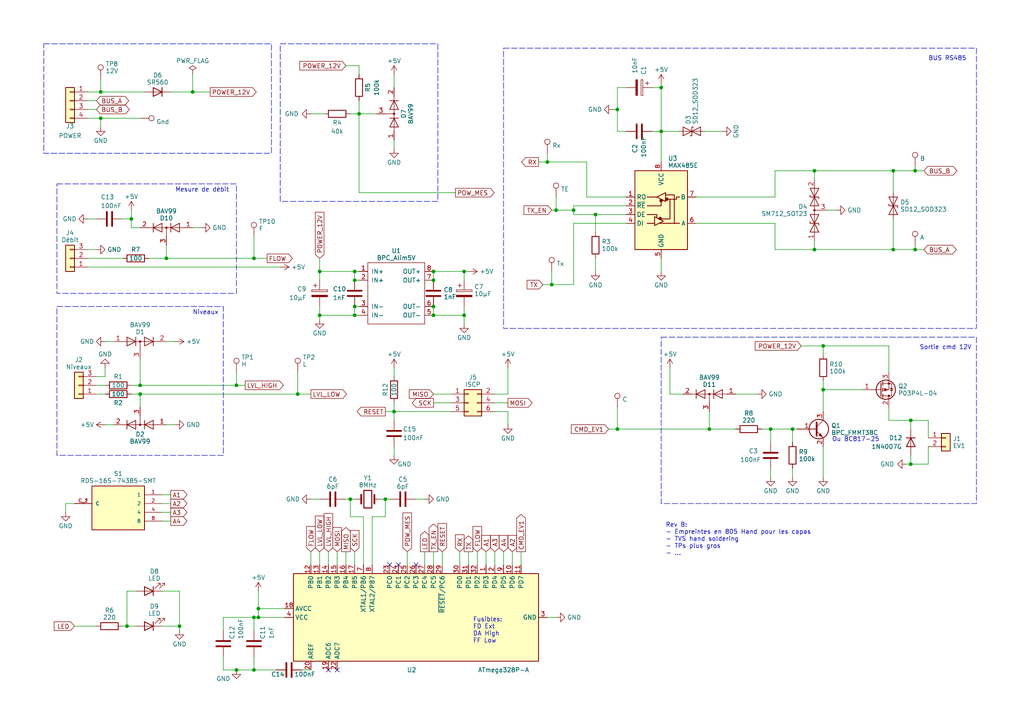
<source format=kicad_sch>
(kicad_sch (version 20230121) (generator eeschema)
  (paper "A4")
  (title_block (title "Esclave Oya AT328") (date "2025-03-02") (rev "Rev A") (company "BPC") (comment 1 "Alim 12V - Bus RS485 - cmd EV/Pompe - Niveaux - Débit") (comment 2 "Mesure alim"))
  (junction (at 265.43 49.53))
  (junction (at 172.72 62.23))
  (junction (at 55.88 26.67))
  (junction (at 179.07 31.75))
  (junction (at 134.62 78.74))
  (junction (at 38.1 63.5))
  (junction (at 134.62 91.44))
  (junction (at 74.93 179.07))
  (junction (at 191.77 25.4))
  (junction (at 191.77 38.1))
  (junction (at 29.21 34.29))
  (junction (at 111.76 144.78))
  (junction (at 36.83 181.61))
  (junction (at 114.3 119.38))
  (junction (at 29.21 26.67))
  (junction (at 40.64 111.76))
  (junction (at 73.66 179.07))
  (junction (at 259.08 72.39))
  (junction (at 40.64 114.3))
  (junction (at 74.93 176.53))
  (junction (at 125.73 91.44))
  (junction (at 223.52 124.46))
  (junction (at 265.43 72.39))
  (junction (at 52.07 181.61))
  (junction (at 160.02 82.55))
  (junction (at 102.87 88.9))
  (junction (at 166.37 60.96))
  (junction (at 92.71 78.74))
  (junction (at 101.6 144.78))
  (junction (at 158.75 46.99))
  (junction (at 179.07 124.46))
  (junction (at 102.87 81.28))
  (junction (at 125.73 88.9))
  (junction (at 229.87 124.46))
  (junction (at 73.66 74.93))
  (junction (at 125.73 81.28))
  (junction (at 264.16 134.62))
  (junction (at 236.22 49.53))
  (junction (at 48.26 74.93))
  (junction (at 236.22 72.39))
  (junction (at 125.73 78.74))
  (junction (at 259.08 49.53))
  (junction (at 102.87 91.44))
  (junction (at 73.66 194.31))
  (junction (at 92.71 91.44))
  (junction (at 86.36 114.3))
  (junction (at 102.87 78.74))
  (junction (at 68.58 194.31))
  (junction (at 68.58 111.76))
  (junction (at 161.29 60.96))
  (junction (at 238.76 100.33))
  (junction (at 238.76 113.03))
  (junction (at 205.74 124.46))
  (junction (at 104.14 33.02))
  (junction (at 264.16 121.92))
  (no_connect (at 97.79 194.31))
  (no_connect (at 120.65 163.83))
  (no_connect (at 115.57 163.83))
  (no_connect (at 113.03 163.83))
  (no_connect (at 95.25 194.31))
  (wire (pts (xy 55.88 26.67) (xy 60.96 26.67)))
  (wire (pts (xy 140.97 160.02) (xy 140.97 163.83)))
  (wire (pts (xy 40.64 111.76) (xy 38.1 111.76)))
  (wire (pts (xy 36.83 171.45) (xy 39.37 171.45)))
  (wire (pts (xy 265.43 48.26) (xy 265.43 49.53)))
  (wire (pts (xy 36.83 181.61) (xy 39.37 181.61)))
  (wire (pts (xy 102.87 88.9) (xy 104.14 88.9)))
  (wire (pts (xy 35.56 63.5) (xy 38.1 63.5)))
  (wire (pts (xy 38.1 114.3) (xy 40.64 114.3)))
  (wire (pts (xy 104.14 33.02) (xy 109.22 33.02)))
  (wire (pts (xy 158.75 46.99) (xy 170.18 46.99)))
  (wire (pts (xy 25.4 77.47) (xy 81.28 77.47)))
  (wire (pts (xy 102.87 78.74) (xy 104.14 78.74)))
  (wire (pts (xy 161.29 60.96) (xy 166.37 60.96)))
  (wire (pts (xy 30.48 106.68) (xy 30.48 109.22)))
  (wire (pts (xy 143.51 114.3) (xy 147.32 114.3)))
  (wire (pts (xy 179.07 31.75) (xy 179.07 25.4)))
  (wire (pts (xy 143.51 160.02) (xy 143.51 163.83)))
  (wire (pts (xy 30.48 111.76) (xy 27.94 111.76)))
  (wire (pts (xy 134.62 93.98) (xy 134.62 91.44)))
  (wire (pts (xy 21.59 181.61) (xy 27.94 181.61)))
  (wire (pts (xy 64.77 194.31) (xy 64.77 190.5)))
  (wire (pts (xy 102.87 160.02) (xy 102.87 163.83)))
  (wire (pts (xy 105.41 163.83) (xy 105.41 149.86)))
  (wire (pts (xy 194.31 114.3) (xy 198.12 114.3)))
  (wire (pts (xy 105.41 149.86) (xy 101.6 149.86)))
  (wire (pts (xy 92.71 78.74) (xy 102.87 78.74)))
  (wire (pts (xy 55.88 66.04) (xy 58.42 66.04)))
  (wire (pts (xy 238.76 129.54) (xy 238.76 138.43)))
  (wire (pts (xy 125.73 78.74) (xy 134.62 78.74)))
  (wire (pts (xy 25.4 26.67) (xy 29.21 26.67)))
  (wire (pts (xy 114.3 21.59) (xy 114.3 25.4)))
  (wire (pts (xy 100.33 160.02) (xy 100.33 163.83)))
  (wire (pts (xy 25.4 63.5) (xy 27.94 63.5)))
  (wire (pts (xy 120.65 144.78) (xy 123.19 144.78)))
  (wire (pts (xy 104.14 55.88) (xy 132.08 55.88)))
  (wire (pts (xy 25.4 74.93) (xy 35.56 74.93)))
  (wire (pts (xy 35.56 181.61) (xy 36.83 181.61)))
  (wire (pts (xy 48.26 123.19) (xy 50.8 123.19)))
  (wire (pts (xy 101.6 149.86) (xy 101.6 144.78)))
  (wire (pts (xy 143.51 119.38) (xy 147.32 119.38)))
  (wire (pts (xy 191.77 38.1) (xy 196.85 38.1)))
  (wire (pts (xy 40.64 114.3) (xy 40.64 118.11)))
  (wire (pts (xy 158.75 179.07) (xy 161.29 179.07)))
  (wire (pts (xy 224.79 72.39) (xy 224.79 64.77)))
  (wire (pts (xy 170.18 46.99) (xy 170.18 57.15)))
  (wire (pts (xy 29.21 36.83) (xy 29.21 34.29)))
  (wire (pts (xy 29.21 22.86) (xy 29.21 26.67)))
  (wire (pts (xy 92.71 160.02) (xy 92.71 163.83)))
  (wire (pts (xy 191.77 25.4) (xy 191.77 38.1)))
  (wire (pts (xy 238.76 100.33) (xy 238.76 102.87)))
  (wire (pts (xy 160.02 82.55) (xy 166.37 82.55)))
  (wire (pts (xy 143.51 116.84) (xy 147.32 116.84)))
  (wire (pts (xy 73.66 68.58) (xy 73.66 74.93)))
  (wire (pts (xy 265.43 72.39) (xy 267.97 72.39)))
  (wire (pts (xy 68.58 111.76) (xy 71.12 111.76)))
  (wire (pts (xy 123.19 160.02) (xy 123.19 163.83)))
  (wire (pts (xy 161.29 57.15) (xy 161.29 60.96)))
  (wire (pts (xy 262.89 134.62) (xy 264.16 134.62)))
  (wire (pts (xy 189.23 38.1) (xy 191.77 38.1)))
  (wire (pts (xy 104.14 55.88) (xy 104.14 33.02)))
  (wire (pts (xy 36.83 181.61) (xy 36.83 171.45)))
  (wire (pts (xy 134.62 78.74) (xy 135.89 78.74)))
  (wire (pts (xy 125.73 160.02) (xy 125.73 163.83)))
  (wire (pts (xy 125.73 88.9) (xy 125.73 91.44)))
  (wire (pts (xy 257.81 107.95) (xy 257.81 100.33)))
  (wire (pts (xy 43.18 74.93) (xy 48.26 74.93)))
  (wire (pts (xy 259.08 72.39) (xy 265.43 72.39)))
  (wire (pts (xy 128.27 160.02) (xy 128.27 163.83)))
  (wire (pts (xy 102.87 88.9) (xy 102.87 91.44)))
  (wire (pts (xy 191.77 74.93) (xy 191.77 78.74)))
  (wire (pts (xy 104.14 29.21) (xy 104.14 33.02)))
  (wire (pts (xy 25.4 29.21) (xy 27.94 29.21)))
  (wire (pts (xy 204.47 38.1) (xy 209.55 38.1)))
  (wire (pts (xy 107.95 149.86) (xy 111.76 149.86)))
  (wire (pts (xy 114.3 119.38) (xy 114.3 121.92)))
  (wire (pts (xy 265.43 71.12) (xy 265.43 72.39)))
  (wire (pts (xy 111.76 119.38) (xy 114.3 119.38)))
  (wire (pts (xy 146.05 160.02) (xy 146.05 163.83)))
  (wire (pts (xy 259.08 63.5) (xy 259.08 72.39)))
  (wire (pts (xy 125.73 116.84) (xy 130.81 116.84)))
  (wire (pts (xy 181.61 38.1) (xy 179.07 38.1)))
  (wire (pts (xy 49.53 26.67) (xy 55.88 26.67)))
  (wire (pts (xy 179.07 118.11) (xy 179.07 124.46)))
  (wire (pts (xy 38.1 63.5) (xy 38.1 66.04)))
  (wire (pts (xy 111.76 149.86) (xy 111.76 144.78)))
  (wire (pts (xy 90.17 160.02) (xy 90.17 163.83)))
  (wire (pts (xy 179.07 25.4) (xy 181.61 25.4)))
  (wire (pts (xy 73.66 74.93) (xy 77.47 74.93)))
  (wire (pts (xy 33.02 99.06) (xy 30.48 99.06)))
  (wire (pts (xy 236.22 49.53) (xy 259.08 49.53)))
  (wire (pts (xy 95.25 160.02) (xy 95.25 163.83)))
  (wire (pts (xy 223.52 135.89) (xy 223.52 138.43)))
  (wire (pts (xy 25.4 72.39) (xy 27.94 72.39)))
  (wire (pts (xy 90.17 33.02) (xy 93.98 33.02)))
  (wire (pts (xy 107.95 163.83) (xy 107.95 149.86)))
  (wire (pts (xy 73.66 182.88) (xy 73.66 179.07)))
  (wire (pts (xy 160.02 78.74) (xy 160.02 82.55)))
  (wire (pts (xy 92.71 92.71) (xy 92.71 91.44)))
  (wire (pts (xy 74.93 179.07) (xy 82.55 179.07)))
  (wire (pts (xy 92.71 81.28) (xy 92.71 78.74)))
  (wire (pts (xy 229.87 124.46) (xy 231.14 124.46)))
  (wire (pts (xy 114.3 109.22) (xy 114.3 106.68)))
  (wire (pts (xy 27.94 114.3) (xy 30.48 114.3)))
  (wire (pts (xy 100.33 19.05) (xy 104.14 19.05)))
  (wire (pts (xy 191.77 24.13) (xy 191.77 25.4)))
  (wire (pts (xy 205.74 124.46) (xy 213.36 124.46)))
  (wire (pts (xy 269.24 127) (xy 269.24 121.92)))
  (wire (pts (xy 138.43 160.02) (xy 138.43 163.83)))
  (wire (pts (xy 238.76 113.03) (xy 250.19 113.03)))
  (wire (pts (xy 48.26 71.12) (xy 48.26 74.93)))
  (wire (pts (xy 38.1 66.04) (xy 40.64 66.04)))
  (wire (pts (xy 269.24 129.54) (xy 269.24 134.62)))
  (wire (pts (xy 166.37 59.69) (xy 166.37 60.96)))
  (wire (pts (xy 236.22 49.53) (xy 236.22 52.07)))
  (wire (pts (xy 86.36 114.3) (xy 90.17 114.3)))
  (wire (pts (xy 201.93 64.77) (xy 224.79 64.77)))
  (wire (pts (xy 40.64 111.76) (xy 68.58 111.76)))
  (wire (pts (xy 87.63 194.31) (xy 90.17 194.31)))
  (wire (pts (xy 179.07 124.46) (xy 205.74 124.46)))
  (wire (pts (xy 177.8 31.75) (xy 179.07 31.75)))
  (wire (pts (xy 68.58 107.95) (xy 68.58 111.76)))
  (wire (pts (xy 172.72 74.93) (xy 172.72 78.74)))
  (wire (pts (xy 229.87 135.89) (xy 229.87 138.43)))
  (wire (pts (xy 52.07 171.45) (xy 52.07 181.61)))
  (wire (pts (xy 55.88 21.59) (xy 55.88 26.67)))
  (wire (pts (xy 201.93 57.15) (xy 224.79 57.15)))
  (wire (pts (xy 147.32 114.3) (xy 147.32 106.68)))
  (wire (pts (xy 114.3 129.54) (xy 114.3 132.08)))
  (wire (pts (xy 259.08 49.53) (xy 259.08 55.88)))
  (wire (pts (xy 236.22 72.39) (xy 224.79 72.39)))
  (wire (pts (xy 147.32 119.38) (xy 147.32 123.19)))
  (wire (pts (xy 40.64 104.14) (xy 40.64 111.76)))
  (wire (pts (xy 166.37 62.23) (xy 172.72 62.23)))
  (wire (pts (xy 259.08 49.53) (xy 265.43 49.53)))
  (wire (pts (xy 30.48 109.22) (xy 27.94 109.22)))
  (wire (pts (xy 134.62 88.9) (xy 134.62 91.44)))
  (wire (pts (xy 176.53 124.46) (xy 179.07 124.46)))
  (wire (pts (xy 238.76 110.49) (xy 238.76 113.03)))
  (wire (pts (xy 64.77 179.07) (xy 64.77 182.88)))
  (wire (pts (xy 25.4 31.75) (xy 27.94 31.75)))
  (wire (pts (xy 223.52 124.46) (xy 223.52 128.27)))
  (wire (pts (xy 264.16 121.92) (xy 264.16 124.46)))
  (wire (pts (xy 40.64 114.3) (xy 86.36 114.3)))
  (wire (pts (xy 30.48 123.19) (xy 33.02 123.19)))
  (wire (pts (xy 224.79 57.15) (xy 224.79 49.53)))
  (wire (pts (xy 213.36 114.3) (xy 219.71 114.3)))
  (wire (pts (xy 166.37 59.69) (xy 181.61 59.69)))
  (wire (pts (xy 160.02 60.96) (xy 161.29 60.96)))
  (wire (pts (xy 102.87 91.44) (xy 104.14 91.44)))
  (wire (pts (xy 74.93 171.45) (xy 74.93 176.53)))
  (wire (pts (xy 240.03 60.96) (xy 242.57 60.96)))
  (wire (pts (xy 50.8 99.06) (xy 48.26 99.06)))
  (wire (pts (xy 92.71 91.44) (xy 92.71 88.9)))
  (wire (pts (xy 90.17 144.78) (xy 92.71 144.78)))
  (wire (pts (xy 166.37 64.77) (xy 181.61 64.77)))
  (wire (pts (xy 224.79 49.53) (xy 236.22 49.53)))
  (wire (pts (xy 189.23 25.4) (xy 191.77 25.4)))
  (wire (pts (xy 194.31 106.68) (xy 194.31 114.3)))
  (wire (pts (xy 229.87 124.46) (xy 229.87 128.27)))
  (wire (pts (xy 73.66 179.07) (xy 74.93 179.07)))
  (wire (pts (xy 238.76 100.33) (xy 257.81 100.33)))
  (wire (pts (xy 73.66 190.5) (xy 73.66 194.31)))
  (wire (pts (xy 265.43 49.53) (xy 267.97 49.53)))
  (wire (pts (xy 100.33 144.78) (xy 101.6 144.78)))
  (wire (pts (xy 82.55 176.53) (xy 74.93 176.53)))
  (wire (pts (xy 257.81 118.11) (xy 257.81 121.92)))
  (wire (pts (xy 118.11 160.02) (xy 118.11 163.83)))
  (wire (pts (xy 264.16 132.08) (xy 264.16 134.62)))
  (wire (pts (xy 21.59 146.05) (xy 19.05 146.05)))
  (wire (pts (xy 156.21 46.99) (xy 158.75 46.99)))
  (wire (pts (xy 110.49 144.78) (xy 111.76 144.78)))
  (wire (pts (xy 73.66 179.07) (xy 64.77 179.07)))
  (wire (pts (xy 19.05 146.05) (xy 19.05 148.59)))
  (wire (pts (xy 133.35 160.02) (xy 133.35 163.83)))
  (wire (pts (xy 97.79 160.02) (xy 97.79 163.83)))
  (wire (pts (xy 172.72 62.23) (xy 181.61 62.23)))
  (wire (pts (xy 114.3 40.64) (xy 114.3 43.18)))
  (wire (pts (xy 68.58 194.31) (xy 73.66 194.31)))
  (wire (pts (xy 46.99 148.59) (xy 49.53 148.59)))
  (wire (pts (xy 46.99 181.61) (xy 52.07 181.61)))
  (wire (pts (xy 114.3 116.84) (xy 114.3 119.38)))
  (wire (pts (xy 104.14 19.05) (xy 104.14 21.59)))
  (wire (pts (xy 38.1 60.96) (xy 38.1 63.5)))
  (wire (pts (xy 158.75 44.45) (xy 158.75 46.99)))
  (wire (pts (xy 125.73 78.74) (xy 125.73 81.28)))
  (wire (pts (xy 92.71 74.93) (xy 92.71 78.74)))
  (wire (pts (xy 269.24 121.92) (xy 264.16 121.92)))
  (wire (pts (xy 172.72 62.23) (xy 172.72 67.31)))
  (wire (pts (xy 46.99 143.51) (xy 49.53 143.51)))
  (wire (pts (xy 46.99 151.13) (xy 49.53 151.13)))
  (wire (pts (xy 264.16 121.92) (xy 257.81 121.92)))
  (wire (pts (xy 264.16 134.62) (xy 269.24 134.62)))
  (wire (pts (xy 125.73 91.44) (xy 134.62 91.44)))
  (wire (pts (xy 29.21 26.67) (xy 41.91 26.67)))
  (wire (pts (xy 101.6 144.78) (xy 102.87 144.78)))
  (wire (pts (xy 29.21 34.29) (xy 25.4 34.29)))
  (wire (pts (xy 151.13 160.02) (xy 151.13 163.83)))
  (wire (pts (xy 74.93 176.53) (xy 74.93 179.07)))
  (wire (pts (xy 46.99 171.45) (xy 52.07 171.45)))
  (wire (pts (xy 86.36 107.95) (xy 86.36 114.3)))
  (wire (pts (xy 223.52 124.46) (xy 229.87 124.46)))
  (wire (pts (xy 52.07 181.61) (xy 52.07 182.88)))
  (wire (pts (xy 102.87 78.74) (xy 102.87 81.28)))
  (wire (pts (xy 157.48 82.55) (xy 160.02 82.55)))
  (wire (pts (xy 114.3 119.38) (xy 130.81 119.38)))
  (wire (pts (xy 46.99 146.05) (xy 49.53 146.05)))
  (wire (pts (xy 166.37 60.96) (xy 166.37 62.23)))
  (wire (pts (xy 191.77 38.1) (xy 191.77 46.99)))
  (wire (pts (xy 125.73 114.3) (xy 130.81 114.3)))
  (wire (pts (xy 166.37 82.55) (xy 166.37 64.77)))
  (wire (pts (xy 134.62 78.74) (xy 134.62 81.28)))
  (wire (pts (xy 238.76 113.03) (xy 238.76 119.38)))
  (wire (pts (xy 148.59 160.02) (xy 148.59 163.83)))
  (wire (pts (xy 92.71 91.44) (xy 102.87 91.44)))
  (wire (pts (xy 68.58 194.31) (xy 64.77 194.31)))
  (wire (pts (xy 48.26 74.93) (xy 73.66 74.93)))
  (wire (pts (xy 179.07 38.1) (xy 179.07 31.75)))
  (wire (pts (xy 40.64 34.29) (xy 29.21 34.29)))
  (wire (pts (xy 205.74 119.38) (xy 205.74 124.46)))
  (wire (pts (xy 135.89 160.02) (xy 135.89 163.83)))
  (wire (pts (xy 236.22 69.85) (xy 236.22 72.39)))
  (wire (pts (xy 73.66 194.31) (xy 80.01 194.31)))
  (wire (pts (xy 111.76 144.78) (xy 113.03 144.78)))
  (wire (pts (xy 232.41 100.33) (xy 238.76 100.33)))
  (wire (pts (xy 102.87 81.28) (xy 104.14 81.28)))
  (wire (pts (xy 181.61 57.15) (xy 170.18 57.15)))
  (wire (pts (xy 101.6 33.02) (xy 104.14 33.02)))
  (wire (pts (xy 236.22 72.39) (xy 259.08 72.39)))
  (wire (pts (xy 220.98 124.46) (xy 223.52 124.46)))
  (rectangle (start 191.77 97.79) (end 283.21 146.05) (stroke (width 0) (type dash)))
  (rectangle (start 16.51 88.9) (end 64.77 132.08) (stroke (width 0) (type dash)))
  (rectangle (start 146.05 13.97) (end 283.21 95.25) (stroke (width 0) (type dash)))
  (rectangle (start 12.7 12.7) (end 78.74 44.45) (stroke (width 0) (type dash)))
  (rectangle (start 81.28 12.7) (end 127 58.42) (stroke (width 0) (type dash)))
  (rectangle (start 16.51 53.34) (end 68.58 85.09) (stroke (width 0) (type dash)))
  (text "BUS RS485" (at 269.24 17.78 0) (effects (font (size 1.27 1.27)) (justify left bottom)))
  (text "Fusibles:\nFD Ext\nDA High\nFF Low" (at 137.16 186.69 0) (effects (font (size 1.27 1.27)) (justify left bottom)))
  (text "Sortie cmd 12V" (at 266.7 101.6 0) (effects (font (size 1.27 1.27)) (justify left bottom)))
  (text "Mesure de débit" (at 50.8 55.88 0) (effects (font (size 1.27 1.27)) (justify left bottom)))
  (text "Ou BC817-25" (at 241.3 128.27 0) (effects (font (size 1.27 1.27)) (justify left bottom)))
  (text "Niveaux" (at 55.88 91.44 0) (effects (font (size 1.27 1.27)) (justify left bottom)))
  (text "Rev B:\n- Empreintes en 805 Hand pour les capas\n- TVS hand soldering\n- TPs plus gros\n- ..." (at 193.04 161.29 0) (effects (font (size 1.27 1.27)) (justify left bottom)))
  (global_label "LED" (shape output) (at 123.19 160.02 90) (property "Intersheetrefs" "${INTERSHEET_REFS}" (effects hide)))
  (global_label "SCK" (shape output) (at 125.73 116.84 180) (property "Intersheetrefs" "${INTERSHEET_REFS}" (effects hide)))
  (global_label "FLOW" (shape output) (at 77.47 74.93 0) (property "Intersheetrefs" "${INTERSHEET_REFS}" (effects hide)))
  (global_label "MOSI" (shape output) (at 147.32 116.84 0) (property "Intersheetrefs" "${INTERSHEET_REFS}" (effects hide)))
  (global_label "A1" (shape output) (at 49.53 143.51 0) (property "Intersheetrefs" "${INTERSHEET_REFS}" (effects hide)))
  (global_label "BUS_B" (shape tri_state) (at 27.94 31.75 0) (property "Intersheetrefs" "${INTERSHEET_REFS}" (effects hide)))
  (global_label "BUS_B" (shape tri_state) (at 267.97 49.53 0) (property "Intersheetrefs" "${INTERSHEET_REFS}" (effects hide)))
  (global_label "POWER_12V" (shape input) (at 100.33 19.05 180) (property "Intersheetrefs" "${INTERSHEET_REFS}" (effects hide)))
  (global_label "MOSI" (shape input) (at 97.79 160.02 90) (property "Intersheetrefs" "${INTERSHEET_REFS}" (effects hide)))
  (global_label "LVL_LOW" (shape input) (at 92.71 160.02 90) (property "Intersheetrefs" "${INTERSHEET_REFS}" (effects hide)))
  (global_label "CMD_EV1" (shape input) (at 176.53 124.46 180) (property "Intersheetrefs" "${INTERSHEET_REFS}" (effects hide)))
  (global_label "BUS_A" (shape tri_state) (at 267.97 72.39 0) (property "Intersheetrefs" "${INTERSHEET_REFS}" (effects hide)))
  (global_label "TX_EN" (shape output) (at 125.73 160.02 90) (property "Intersheetrefs" "${INTERSHEET_REFS}" (effects hide)))
  (global_label "A2" (shape output) (at 49.53 146.05 0) (property "Intersheetrefs" "${INTERSHEET_REFS}" (effects hide)))
  (global_label "A3" (shape input) (at 143.51 160.02 90) (property "Intersheetrefs" "${INTERSHEET_REFS}" (effects hide)))
  (global_label "FLOW" (shape input) (at 138.43 160.02 90) (property "Intersheetrefs" "${INTERSHEET_REFS}" (effects hide)))
  (global_label "POW_MES" (shape output) (at 132.08 55.88 0) (property "Intersheetrefs" "${INTERSHEET_REFS}" (effects hide)))
  (global_label "LVL_HIGH" (shape input) (at 95.25 160.02 90) (property "Intersheetrefs" "${INTERSHEET_REFS}" (effects hide)))
  (global_label "BUS_A" (shape tri_state) (at 27.94 29.21 0) (property "Intersheetrefs" "${INTERSHEET_REFS}" (effects hide)))
  (global_label "MISO" (shape input) (at 125.73 114.3 180) (property "Intersheetrefs" "${INTERSHEET_REFS}" (effects hide)))
  (global_label "POWER_12V" (shape input) (at 92.71 74.93 90) (property "Intersheetrefs" "${INTERSHEET_REFS}" (effects hide)))
  (global_label "MISO" (shape output) (at 100.33 160.02 90) (property "Intersheetrefs" "${INTERSHEET_REFS}" (effects hide)))
  (global_label "RESET" (shape input) (at 128.27 160.02 90) (property "Intersheetrefs" "${INTERSHEET_REFS}" (effects hide)))
  (global_label "RX" (shape output) (at 156.21 46.99 180) (property "Intersheetrefs" "${INTERSHEET_REFS}" (effects hide)))
  (global_label "POW_MES" (shape input) (at 118.11 160.02 90) (property "Intersheetrefs" "${INTERSHEET_REFS}" (effects hide)))
  (global_label "TX" (shape output) (at 135.89 160.02 90) (property "Intersheetrefs" "${INTERSHEET_REFS}" (effects hide)))
  (global_label "A1" (shape input) (at 140.97 160.02 90) (property "Intersheetrefs" "${INTERSHEET_REFS}" (effects hide)))
  (global_label "POWER_12V" (shape output) (at 60.96 26.67 0) (property "Intersheetrefs" "${INTERSHEET_REFS}" (effects hide)))
  (global_label "A2" (shape input) (at 148.59 160.02 90) (property "Intersheetrefs" "${INTERSHEET_REFS}" (effects hide)))
  (global_label "RX" (shape input) (at 133.35 160.02 90) (property "Intersheetrefs" "${INTERSHEET_REFS}" (effects hide)))
  (global_label "SCK" (shape input) (at 102.87 160.02 90) (property "Intersheetrefs" "${INTERSHEET_REFS}" (effects hide)))
  (global_label "LVL_LOW" (shape output) (at 90.17 114.3 0) (property "Intersheetrefs" "${INTERSHEET_REFS}" (effects hide)))
  (global_label "TX_EN" (shape input) (at 160.02 60.96 180) (property "Intersheetrefs" "${INTERSHEET_REFS}" (effects hide)))
  (global_label "TX" (shape input) (at 157.48 82.55 180) (property "Intersheetrefs" "${INTERSHEET_REFS}" (effects hide)))
  (global_label "RESET" (shape output) (at 111.76 119.38 180) (property "Intersheetrefs" "${INTERSHEET_REFS}" (effects hide)))
  (global_label "CMD_EV1" (shape output) (at 151.13 160.02 90) (property "Intersheetrefs" "${INTERSHEET_REFS}" (effects hide)))
  (global_label "LED" (shape input) (at 21.59 181.61 180) (property "Intersheetrefs" "${INTERSHEET_REFS}" (effects hide)))
  (global_label "A3" (shape output) (at 49.53 148.59 0) (property "Intersheetrefs" "${INTERSHEET_REFS}" (effects hide)))
  (global_label "A4" (shape input) (at 146.05 160.02 90) (property "Intersheetrefs" "${INTERSHEET_REFS}" (effects hide)))
  (global_label "A4" (shape output) (at 49.53 151.13 0) (property "Intersheetrefs" "${INTERSHEET_REFS}" (effects hide)))
  (global_label "POWER_12V" (shape input) (at 232.41 100.33 180) (property "Intersheetrefs" "${INTERSHEET_REFS}" (effects hide)))
  (global_label "FLOW" (shape input) (at 90.17 160.02 90) (property "Intersheetrefs" "${INTERSHEET_REFS}" (effects hide)))
  (global_label "LVL_HIGH" (shape output) (at 71.12 111.76 0) (property "Intersheetrefs" "${INTERSHEET_REFS}" (effects hide)))
  (symbol (lib_id "Device:C") (at 83.82 194.31 90) (unit 1)
    (property "Reference" "C14" (at 82.55 195.58 90) (effects (justify left)))
    (property "Value" "100nF" (at 91.44 195.58 90) (effects (justify left)))
    (property "Footprint" "Capacitor_SMD:C_0805_2012Metric_Pad1.18x1.45mm_HandSolder" (effects hide))
    (property "RefFabricant" "C0603C104K1RACTU" (effects hide))
    (property "RefFournisseur" "4199453" (effects hide))
    (property "Fabricant" "KEMET" (effects hide))
    (property "Fournisseur" "Farnell" (effects hide))
    (property "Description" "Condensateur céramique 100nF" (effects hide))
    (property "Price" "0,42" (effects hide))
  )
  (symbol (lib_id "Diode:BAV99") (at 205.74 114.3 0) (mirror y) (unit 1)
    (property "Reference" "D11" (at 205.74 111.5234 0))
    (property "Value" "BAV99" (at 205.74 109.4754 0))
    (property "Footprint" "Package_TO_SOT_SMD:SOT-23" (effects hide))
    (property "Datasheet" "https://assets.nexperia.com/documents/data-sheet/BAV99_SER.pdf" (effects hide))
    (property "RefFabricant" "BAV99" (effects hide))
    (property "RefFournisseur" "2675152" (effects hide))
    (property "Fabricant" "MULTICOMP PRO" (effects hide))
    (property "Fournisseur" "Farnell" (effects hide))
    (property "Description" "Diodes signaux faibles" (effects hide))
    (property "Price" "0,0994" (effects hide))
  )
  (symbol (lib_id "power:+5V") (at 147.32 106.68 0) (unit 1)
    (property "Reference" "#PWR038" (effects hide))
    (property "Value" "+5V" (at 147.32 102.735 0))
  )
  (symbol (lib_id "power:GND") (at 114.3 132.08 0) (unit 1)
    (property "Reference" "#PWR026" (effects hide))
    (property "Value" "GND" (at 119.38 134.62 0) (effects (justify right)))
  )
  (symbol (lib_id "Device:R") (at 114.3 113.03 180) (unit 1)
    (property "Reference" "R12" (at 111.76 113.03 90))
    (property "Value" "100" (at 114.3 113.03 90))
    (property "Footprint" "Resistor_SMD:R_0805_2012Metric_Pad1.20x1.40mm_HandSolder" (effects hide))
    (property "RefFabricant" "CRCW0805100RFKTA" (effects hide))
    (property "RefFournisseur" "1652906" (effects hide))
    (property "Fabricant" "VISHAY" (effects hide))
    (property "Fournisseur" "Farnell" (effects hide))
    (property "Description" "Résistance 100 Ohms" (effects hide))
    (property "Price" "0,0522" (effects hide))
  )
  (symbol (lib_id "bpc:BPC_RDS-16S-74385-SMT") (at 34.29 146.05 0) (unit 1)
    (property "Reference" "S1" (at 34.29 137.39 0))
    (property "Value" "RDS-16S-74385-SMT" (at 34.29 139.438 0))
    (property "Footprint" "bpc:BPC_RDS-16S-74385-SMT" (effects hide))
    (property "MF" "CUI Devices" (effects hide))
    (property "MAXIMUM_PACKAGE_HEIGHT" "8.35mm" (effects hide))
    (property "Package" "None" (effects hide))
    (property "Price" "2,76" (effects hide))
    (property "Check_prices" "https://www.snapeda.com/parts/RDS-16S-74385-SMT/CUI+Devices/view-part/?ref=eda" (effects hide))
    (property "STANDARD" "Manufacturer Recommendations" (effects hide))
    (property "PARTREV" "1.0" (effects hide))
    (property "SnapEDA_Link" "https://www.snapeda.com/parts/RDS-16S-74385-SMT/CUI+Devices/view-part/?ref=snap" (effects hide))
    (property "MP" "RDS-16S-74385-SMT" (effects hide))
    (property "Description" "Switch rotatif 16 positions" (effects hide))
    (property "CUI_purchase_URL" "https://www.cuidevices.com/product/switches/dip-switches/rds-16s-74385-smt?utm_source=snapeda.com&utm_medium=referral&utm_campaign=snapedaBOM" (effects hide))
    (property "Availability" "In Stock" (effects hide))
    (property "MANUFACTURER" "CUI Devices" (effects hide))
    (property "RefFabricant" "RDS-16S-74385-SMT-TR" (effects hide))
    (property "Fabricant" "CUI Devices" (effects hide))
    (property "Purchase-URL" "https://www.digikey.at/en/products/detail/cui-devices/RDS-16S-74385-SMT-TR/13530571" (effects hide))
    (property "Fournisseur" "Digikey" (effects hide))
  )
  (symbol (lib_id "power:GND") (at 52.07 182.88 0) (unit 1)
    (property "Reference" "#PWR017" (effects hide))
    (property "Value" "GND" (at 52.07 186.825 0))
  )
  (symbol (lib_id "bpc:BPC_FMMT38C") (at 236.22 124.46 0) (unit 1)
    (property "Reference" "Q1" (at 241.0714 123.436 0) (effects (justify left)))
    (property "Value" "BPC_FMMT38C" (at 241.0714 125.484 0) (effects (justify left)))
    (property "Footprint" "bpc:BPC_SOT-23-3" (effects hide))
    (property "RefFabricant" "FMMT38C" (effects hide))
    (property "RefFournisseur" "9526315" (effects hide))
    (property "Fabricant" "DIODES" (effects hide))
    (property "Fournisseur" "Farnell" (effects hide))
    (property "Description" "Transistor NPN" (effects hide))
    (property "Price" "1,1844" (effects hide))
  )
  (symbol (lib_id "power:GND") (at 229.87 138.43 0) (unit 1)
    (property "Reference" "#PWR030" (effects hide))
    (property "Value" "GND" (at 229.87 142.375 0))
  )
  (symbol (lib_id "power:GND") (at 123.19 144.78 90) (unit 1)
    (property "Reference" "#PWR034" (effects hide))
    (property "Value" "GND" (at 126.365 144.78 90) (effects (justify right)))
  )
  (symbol (lib_id "Device:R") (at 104.14 25.4 180) (unit 1)
    (property "Reference" "R5" (at 106.68 25.4 90))
    (property "Value" "100k" (at 109.22 25.4 90))
    (property "Footprint" "Resistor_SMD:R_0805_2012Metric_Pad1.20x1.40mm_HandSolder" (effects hide))
    (property "RefFabricant" "MCHVR05JTEW1003" (effects hide))
    (property "RefFournisseur" "2826073" (effects hide))
    (property "Fabricant" "MULTICOMP PRO" (effects hide))
    (property "Fournisseur" "Farnell" (effects hide))
    (property "Description" "Résistance 100 kOhms" (effects hide))
    (property "Price" "0,0522" (effects hide))
  )
  (symbol (lib_id "Device:LED") (at 43.18 181.61 180) (unit 1)
    (property "Reference" "D9" (at 44.7675 175.871 0))
    (property "Value" "LED" (at 44.7675 177.919 0))
    (property "Footprint" "LED_SMD:LED_0805_2012Metric_Pad1.15x1.40mm_HandSolder" (effects hide))
    (property "RefFabricant" "SML-D14VWT86C" (effects hide))
    (property "RefFournisseur" "2829438" (effects hide))
    (property "Fabricant" "ROHM" (effects hide))
    (property "Fournisseur" "Farnell" (effects hide))
    (property "Description" "LED rouge 805" (effects hide))
    (property "Price" "0,4992" (effects hide))
  )
  (symbol (lib_id "Device:C") (at 223.52 132.08 0) (unit 1)
    (property "Reference" "C3" (at 217.17 130.81 0) (effects (justify left)))
    (property "Value" "100nF" (at 214.63 133.35 0) (effects (justify left)))
    (property "Footprint" "Capacitor_SMD:C_0805_2012Metric_Pad1.18x1.45mm_HandSolder" (effects hide))
    (property "RefFabricant" "C0603C104K1RACTU" (effects hide))
    (property "RefFournisseur" "4199453" (effects hide))
    (property "Fabricant" "KEMET" (effects hide))
    (property "Fournisseur" "Farnell" (effects hide))
    (property "Description" "Condensateur céramique 100nF" (effects hide))
    (property "Price" "0,42" (effects hide))
  )
  (symbol (lib_id "Connector:TestPoint") (at 73.66 68.58 0) (unit 1)
    (property "Reference" "TP10" (at 75.057 64.254 0) (effects (justify left)))
    (property "Value" "F" (at 75.057 66.302 0) (effects (justify left)))
    (property "Footprint" "TestPoint:TestPoint_Pad_D2.0mm" (effects hide))
    (property "Price" "0" (effects hide))
  )
  (symbol (lib_id "power:GND") (at 114.3 43.18 0) (unit 1)
    (property "Reference" "#PWR016" (effects hide))
    (property "Value" "GND" (at 114.3 47.125 0))
  )
  (symbol (lib_id "Diode:BAV99") (at 48.26 66.04 0) (mirror y) (unit 1)
    (property "Reference" "D10" (at 48.26 63.2634 0))
    (property "Value" "BAV99" (at 48.26 61.2154 0))
    (property "Footprint" "Package_TO_SOT_SMD:SOT-23" (effects hide))
    (property "Datasheet" "https://assets.nexperia.com/documents/data-sheet/BAV99_SER.pdf" (effects hide))
    (property "RefFabricant" "BAV99" (effects hide))
    (property "RefFournisseur" "2675152" (effects hide))
    (property "Fabricant" "MULTICOMP PRO" (effects hide))
    (property "Fournisseur" "Farnell" (effects hide))
    (property "Description" "Diodes signaux faibles" (effects hide))
    (property "Price" "0,0994" (effects hide))
  )
  (symbol (lib_id "power:PWR_FLAG") (at 55.88 21.59 0) (unit 1)
    (property "Reference" "#FLG02" (effects hide))
    (property "Value" "PWR_FLAG" (at 55.88 17.645 0))
  )
  (symbol (lib_id "power:+5V") (at 191.77 24.13 0) (unit 1)
    (property "Reference" "#PWR04" (effects hide))
    (property "Value" "+5V" (at 191.77 20.185 0))
  )
  (symbol (lib_id "power:GND") (at 29.21 36.83 0) (unit 1)
    (property "Reference" "#PWR013" (effects hide))
    (property "Value" "GND" (at 29.21 40.775 0))
  )
  (symbol (lib_id "power:+5V") (at 30.48 123.19 90) (unit 1)
    (property "Reference" "#PWR043" (effects hide))
    (property "Value" "+5V" (at 27.3051 123.19 90) (effects (justify left)))
  )
  (symbol (lib_id "Device:R") (at 238.76 106.68 0) (unit 1)
    (property "Reference" "R10" (at 240.538 105.656 0) (effects (justify left)))
    (property "Value" "100k" (at 240.538 107.704 0) (effects (justify left)))
    (property "Footprint" "Resistor_SMD:R_0805_2012Metric_Pad1.20x1.40mm_HandSolder" (effects hide))
    (property "RefFabricant" "MCHVR05JTEW1003" (effects hide))
    (property "RefFournisseur" "2826073" (effects hide))
    (property "Fabricant" "MULTICOMP PRO" (effects hide))
    (property "Fournisseur" "Farnell" (effects hide))
    (property "Description" "Résistance 100 kOhms" (effects hide))
    (property "Price" "0,0522" (effects hide))
  )
  (symbol (lib_id "power:GND") (at 238.76 138.43 0) (unit 1)
    (property "Reference" "#PWR031" (effects hide))
    (property "Value" "GND" (at 238.76 142.375 0))
  )
  (symbol (lib_id "Device:C") (at 114.3 125.73 0) (unit 1)
    (property "Reference" "C15" (at 116.84 124.46 0) (effects (justify left)))
    (property "Value" "100nF" (at 116.84 127 0) (effects (justify left)))
    (property "Footprint" "Capacitor_SMD:C_0805_2012Metric_Pad1.18x1.45mm_HandSolder" (effects hide))
    (property "RefFabricant" "C0603C104K1RACTU" (effects hide))
    (property "RefFournisseur" "4199453" (effects hide))
    (property "Fabricant" "KEMET" (effects hide))
    (property "Fournisseur" "Farnell" (effects hide))
    (property "Description" "Condensateur céramique 100nF" (effects hide))
    (property "Price" "0,42" (effects hide))
  )
  (symbol (lib_id "power:GND") (at 242.57 60.96 90) (unit 1)
    (property "Reference" "#PWR012" (effects hide))
    (property "Value" "GND" (at 245.745 60.96 90) (effects (justify right)))
  )
  (symbol (lib_id "Device:C") (at 64.77 186.69 0) (unit 1)
    (property "Reference" "C12" (at 67.31 185.42 90) (effects (justify left)))
    (property "Value" "100nF" (at 69.85 185.42 90) (effects (justify left)))
    (property "Footprint" "Capacitor_SMD:C_0805_2012Metric_Pad1.18x1.45mm_HandSolder" (effects hide))
    (property "RefFabricant" "C0603C104K1RACTU" (effects hide))
    (property "RefFournisseur" "4199453" (effects hide))
    (property "Fabricant" "KEMET" (effects hide))
    (property "Fournisseur" "Farnell" (effects hide))
    (property "Description" "Condensateur céramique 100nF" (effects hide))
    (property "Price" "0,42" (effects hide))
  )
  (symbol (lib_id "Device:D") (at 45.72 26.67 180) (unit 1)
    (property "Reference" "D6" (at 45.72 21.82 0))
    (property "Value" "SR560" (at 45.72 23.868 0))
    (property "Footprint" "Diode_THT:D_DO-15_P12.70mm_Horizontal" (effects hide))
    (property "Sim.Device" "D" (effects hide))
    (property "Sim.Pins" "1=K 2=A" (effects hide))
    (property "RefFabricant" "SR560" (effects hide))
    (property "RefFournisseur" "2675411" (effects hide))
    (property "Fabricant" "MULTICOMP PRO" (effects hide))
    (property "Fournisseur" "Farnell" (effects hide))
    (property "Description" "Diode de redressement SR560" (effects hide))
    (property "Price" "0,5844" (effects hide))
  )
  (symbol (lib_id "power:GND") (at 177.8 31.75 270) (unit 1)
    (property "Reference" "#PWR07" (effects hide))
    (property "Value" "GND" (at 174.6251 31.75 90) (effects (justify right)))
  )
  (symbol (lib_id "Diode:BAV99") (at 40.64 123.19 180) (unit 1)
    (property "Reference" "D2" (at 40.64 125.9666 0))
    (property "Value" "BAV99" (at 40.64 128.0146 0))
    (property "Footprint" "Package_TO_SOT_SMD:SOT-23" (effects hide))
    (property "Datasheet" "https://assets.nexperia.com/documents/data-sheet/BAV99_SER.pdf" (effects hide))
    (property "RefFabricant" "BAV99" (effects hide))
    (property "RefFournisseur" "2675152" (effects hide))
    (property "Fabricant" "MULTICOMP PRO" (effects hide))
    (property "Fournisseur" "Farnell" (effects hide))
    (property "Description" "Diodes signaux faibles" (effects hide))
    (property "Price" "0,0994" (effects hide))
  )
  (symbol (lib_id "power:GND") (at 262.89 134.62 270) (unit 1)
    (property "Reference" "#PWR032" (effects hide))
    (property "Value" "GND" (at 255.27 134.62 90) (effects (justify left)))
  )
  (symbol (lib_id "Device:C") (at 125.73 85.09 0) (unit 1)
    (property "Reference" "C8" (at 128.651 84.066 0) (effects (justify left)))
    (property "Value" "1nF" (at 128.651 86.114 0) (effects (justify left)))
    (property "Footprint" "Capacitor_SMD:C_0805_2012Metric_Pad1.18x1.45mm_HandSolder" (effects hide))
    (property "RefFabricant" "C0603X102J5GACAUTO" (effects hide))
    (property "RefFournisseur" "2219417" (effects hide))
    (property "Fabricant" "KEMET" (effects hide))
    (property "Fournisseur" "Farnell" (effects hide))
    (property "Description" "Condensateur céramique 1nF" (effects hide))
    (property "Price" "0,42" (effects hide))
  )
  (symbol (lib_id "power:GND") (at 50.8 123.19 90) (unit 1)
    (property "Reference" "#PWR05" (effects hide))
    (property "Value" "GND" (at 53.975 123.19 90) (effects (justify right)))
  )
  (symbol (lib_id "Diode:SD12_SOD323") (at 259.08 59.69 90) (unit 1)
    (property "Reference" "D5" (at 261.0866 58.666 90) (effects (justify right)))
    (property "Value" "SD12_SOD323" (at 261.0866 60.714 90) (effects (justify right)))
    (property "Footprint" "Diode_SMD:D_SOD-323" (effects hide))
    (property "Datasheet" "https://www.littelfuse.com/~/media/electronics/datasheets/tvs_diode_arrays/littelfuse_tvs_diode_array_sd_c_datasheet.pdf.pdf" (effects hide))
    (property "RefFabricant" "SD12-7" (effects hide))
    (property "RefFournisseur" "3945781RL" (effects hide))
    (property "Fabricant" "DIODES INC" (effects hide))
    (property "Fournisseur" "Farnell" (effects hide))
    (property "Description" "Diodes TVS simples" (effects hide))
    (property "Price" "0,1272" (effects hide))
  )
  (symbol (lib_id "power:GND") (at 90.17 144.78 270) (unit 1)
    (property "Reference" "#PWR011" (effects hide))
    (property "Value" "GND" (at 86.9951 144.78 90) (effects (justify right)))
  )
  (symbol (lib_id "Device:R") (at 34.29 114.3 90) (unit 1)
    (property "Reference" "R2" (at 34.29 116.84 90))
    (property "Value" "100" (at 34.29 114.3 90))
    (property "Footprint" "Resistor_SMD:R_0805_2012Metric_Pad1.20x1.40mm_HandSolder" (effects hide))
    (property "RefFabricant" "CRCW0805100RFKTA" (effects hide))
    (property "RefFournisseur" "1652906" (effects hide))
    (property "Fabricant" "VISHAY" (effects hide))
    (property "Fournisseur" "Farnell" (effects hide))
    (property "Description" "Résistance 100 Ohms" (effects hide))
    (property "Price" "0,0522" (effects hide))
  )
  (symbol (lib_id "power:GND") (at 25.4 63.5 270) (unit 1)
    (property "Reference" "#PWR040" (effects hide))
    (property "Value" "GND" (at 22.2251 63.5 90) (effects (justify right)))
  )
  (symbol (lib_id "power:GND") (at 27.94 72.39 90) (unit 1)
    (property "Reference" "#PWR019" (effects hide))
    (property "Value" "GND" (at 31.115 72.39 90) (effects (justify right)))
  )
  (symbol (lib_id "Device:R") (at 39.37 74.93 90) (unit 1)
    (property "Reference" "R7" (at 39.37 72.39 90))
    (property "Value" "100" (at 39.37 74.93 90))
    (property "Footprint" "Resistor_SMD:R_0805_2012Metric_Pad1.20x1.40mm_HandSolder" (effects hide))
    (property "RefFabricant" "CRCW0805100RFKTA" (effects hide))
    (property "RefFournisseur" "1652906" (effects hide))
    (property "Fabricant" "VISHAY" (effects hide))
    (property "Fournisseur" "Farnell" (effects hide))
    (property "Description" "Résistance 100 Ohms" (effects hide))
    (property "Price" "0,0522" (effects hide))
  )
  (symbol (lib_id "Device:D") (at 264.16 128.27 270) (unit 1)
    (property "Reference" "D12" (at 257.81 127 90) (effects (justify left)))
    (property "Value" "1N4007G" (at 252.73 129.54 90) (effects (justify left)))
    (property "Footprint" "Diode_THT:D_A-405_P5.08mm_Vertical_KathodeUp" (effects hide))
    (property "Sim.Device" "D" (effects hide))
    (property "Sim.Pins" "1=K 2=A" (effects hide))
    (property "RefFabricant" "1N4007G" (effects hide))
    (property "RefFournisseur" "2675047" (effects hide))
    (property "Fabricant" "MULTICOMP PRO" (effects hide))
    (property "Fournisseur" "Farnell" (effects hide))
    (property "Description" "Diode de redressement" (effects hide))
    (property "Price" "0,1272" (effects hide))
  )
  (symbol (lib_id "Connector:TestPoint") (at 160.02 78.74 0) (unit 1)
    (property "Reference" "TP4" (effects hide))
    (property "Value" "Tx" (at 161.417 76.462 0) (effects (justify left)))
    (property "Footprint" "TestPoint:TestPoint_Pad_D2.0mm" (effects hide))
    (property "Price" "0" (effects hide))
  )
  (symbol (lib_id "power:GND") (at 134.62 93.98 0) (unit 1)
    (property "Reference" "#PWR024" (effects hide))
    (property "Value" "GND" (at 134.62 97.925 0))
  )
  (symbol (lib_id "power:GND") (at 172.72 78.74 0) (unit 1)
    (property "Reference" "#PWR06" (effects hide))
    (property "Value" "GND" (at 172.72 82.685 0))
  )
  (symbol (lib_id "power:GND") (at 209.55 38.1 90) (unit 1)
    (property "Reference" "#PWR010" (effects hide))
    (property "Value" "GND" (at 213.495 38.1 0))
  )
  (symbol (lib_id "power:GND") (at 219.71 114.3 90) (unit 1)
    (property "Reference" "#PWR028" (effects hide))
    (property "Value" "GND" (at 222.885 114.3 90) (effects (justify right)))
  )
  (symbol (lib_id "power:GND") (at 191.77 78.74 0) (unit 1)
    (property "Reference" "#PWR09" (effects hide))
    (property "Value" "GND" (at 191.77 82.685 0))
  )
  (symbol (lib_id "bpc:P03P4L-04") (at 255.27 113.03 0) (unit 1)
    (property "Reference" "Q2" (at 260.477 112.006 0) (effects (justify left)))
    (property "Value" "P03P4L-04" (at 260.477 114.054 0) (effects (justify left)))
    (property "Footprint" "Package_TO_SOT_THT:TO-220-3_Vertical" (effects hide))
    (property "RefFabricant" "IPP80P03P4L04AKSA1" (effects hide))
    (property "RefFournisseur" "823-5554P" (effects hide))
    (property "Fabricant" "INFINEON TECHNOLOGIES" (effects hide))
    (property "Description" "MOS type P" (effects hide))
    (property "Fournisseur" "Radiospares" (effects hide))
    (property "Price" "2,707" (effects hide))
  )
  (symbol (lib_id "Device:R") (at 34.29 111.76 90) (unit 1)
    (property "Reference" "R1" (at 34.29 109.22 90))
    (property "Value" "100" (at 34.29 111.76 90))
    (property "Footprint" "Resistor_SMD:R_0805_2012Metric_Pad1.20x1.40mm_HandSolder" (effects hide))
    (property "RefFabricant" "CRCW0805100RFKTA" (effects hide))
    (property "RefFournisseur" "1652906" (effects hide))
    (property "Fabricant" "VISHAY" (effects hide))
    (property "Fournisseur" "Farnell" (effects hide))
    (property "Description" "Résistance 100 Ohms" (effects hide))
    (property "Price" "0,0522" (effects hide))
  )
  (symbol (lib_id "Device:R") (at 31.75 181.61 90) (unit 1)
    (property "Reference" "R6" (at 31.75 177.014 90))
    (property "Value" "220" (at 31.75 179.062 90))
    (property "Footprint" "Resistor_SMD:R_0805_2012Metric_Pad1.20x1.40mm_HandSolder" (effects hide))
    (property "RefFabricant" "MCMR06X224 JTL" (effects hide))
    (property "RefFournisseur" "2073437" (effects hide))
    (property "Fabricant" "MULTICOMP PRO" (effects hide))
    (property "Fournisseur" "Farnell" (effects hide))
    (property "Description" "Résistance 220 Ohms" (effects hide))
    (property "Price" "0,009" (effects hide))
  )
  (symbol (lib_id "power:GND") (at 161.29 179.07 90) (unit 1)
    (property "Reference" "#PWR035" (effects hide))
    (property "Value" "GND" (at 164.465 179.07 90) (effects (justify right)))
  )
  (symbol (lib_id "Device:C_Polarized") (at 134.62 85.09 0) (unit 1)
    (property "Reference" "C7" (at 137.541 83.177 0) (effects (justify left)))
    (property "Value" "10µF" (at 137.541 85.225 0) (effects (justify left)))
    (property "Footprint" "Capacitor_SMD:CP_Elec_5x5.9" (effects hide))
    (property "Fabricant" "CHEMI-CON" (effects hide))
    (property "Fournisseur" "Farnell" (effects hide))
    (property "RefFabricant" "EMZA350ADA100ME61G" (effects hide))
    (property "RefFournisseur" "1698723" (effects hide))
    (property "Description" "Condensateur chimique 10µF" (effects hide))
    (property "Price" "0,6312" (effects hide))
  )
  (symbol (lib_id "Connector:TestPoint") (at 29.21 22.86 0) (unit 1)
    (property "Reference" "TP8" (at 30.607 18.534 0) (effects (justify left)))
    (property "Value" "12V" (at 30.607 20.582 0) (effects (justify left)))
    (property "Footprint" "TestPoint:TestPoint_Pad_D2.0mm" (effects hide))
    (property "Price" "0" (effects hide))
  )
  (symbol (lib_id "bpc:BPC_ISCP") (at 135.89 116.84 0) (unit 1)
    (property "Reference" "J5" (at 137.16 109.45 0))
    (property "Value" "ISCP" (at 137.16 111.498 0))
    (property "Footprint" "bpc:BPC_ISCP_CMS" (effects hide))
    (property "RefFabricant" "95278-101-06LF" (effects hide))
    (property "RefFournisseur" "3882224" (effects hide))
    (property "Fabricant" "AMPHENOL" (effects hide))
    (property "Fournisseur" "Farnell" (effects hide))
    (property "Description" "Connecteur Header 6 broches" (effects hide))
    (property "Price" "0,5748" (effects hide))
  )
  (symbol (lib_id "Connector:TestPoint") (at 86.36 107.95 0) (unit 1)
    (property "Reference" "TP2" (at 87.757 103.624 0) (effects (justify left)))
    (property "Value" "L" (at 87.757 105.672 0) (effects (justify left)))
    (property "Footprint" "TestPoint:TestPoint_Pad_D2.0mm" (effects hide))
    (property "Price" "0" (effects hide))
  )
  (symbol (lib_id "power:+5V") (at 50.8 99.06 270) (unit 1)
    (property "Reference" "#PWR027" (effects hide))
    (property "Value" "+5V" (at 53.975 99.06 90) (effects (justify left)))
  )
  (symbol (lib_id "Device:R") (at 229.87 132.08 0) (unit 1)
    (property "Reference" "R9" (at 231.648 131.056 0) (effects (justify left)))
    (property "Value" "100k" (at 231.648 133.104 0) (effects (justify left)))
    (property "Footprint" "Resistor_SMD:R_0805_2012Metric_Pad1.20x1.40mm_HandSolder" (effects hide))
    (property "RefFabricant" "MCHVR05JTEW1003" (effects hide))
    (property "RefFournisseur" "2826073" (effects hide))
    (property "Fabricant" "MULTICOMP PRO" (effects hide))
    (property "Fournisseur" "Farnell" (effects hide))
    (property "Description" "Résistance 100 kOhms" (effects hide))
    (property "Price" "0,0522" (effects hide))
  )
  (symbol (lib_id "power:GND") (at 147.32 123.19 0) (unit 1)
    (property "Reference" "#PWR041" (effects hide))
    (property "Value" "GND" (at 147.32 127.135 0))
  )
  (symbol (lib_id "power:GND") (at 90.17 33.02 270) (unit 1)
    (property "Reference" "#PWR014" (effects hide))
    (property "Value" "GND" (at 82.55 33.02 90) (effects (justify left)))
  )
  (symbol (lib_id "Connector:TestPoint") (at 40.64 34.29 270) (unit 1)
    (property "Reference" "TP9" (effects hide))
    (property "Value" "Gnd" (at 45.339 35.314 90) (effects (justify left)))
    (property "Footprint" "TestPoint:TestPoint_Pad_D2.0mm" (effects hide))
    (property "Price" "0" (effects hide))
  )
  (symbol (lib_id "power:+5V") (at 135.89 78.74 270) (unit 1)
    (property "Reference" "#PWR03" (effects hide))
    (property "Value" "+5V" (at 139.065 78.74 90) (effects (justify left)))
  )
  (symbol (lib_id "Connector_Generic:Conn_01x03") (at 20.32 74.93 180) (unit 1)
    (property "Reference" "J4" (at 20.32 67.54 0))
    (property "Value" "Débit" (at 20.32 69.588 0))
    (property "Footprint" "TerminalBlock_Phoenix:TerminalBlock_Phoenix_MPT-0,5-3-2.54_1x03_P2.54mm_Horizontal" (effects hide))
    (property "RefFabricant" "1725669" (effects hide))
    (property "RefFournisseur" "3041360" (effects hide))
    (property "Fabricant" "PHOENIX CONTACT" (effects hide))
    (property "Fournisseur" "Farnell" (effects hide))
    (property "Description" "Bornier 3 contacts 2.54mm" (effects hide))
    (property "Price" "3,408" (effects hide))
  )
  (symbol (lib_id "Connector:TestPoint") (at 68.58 107.95 0) (unit 1)
    (property "Reference" "TP1" (at 69.977 103.624 0) (effects (justify left)))
    (property "Value" "H" (at 69.977 105.672 0) (effects (justify left)))
    (property "Footprint" "TestPoint:TestPoint_Pad_D2.0mm" (effects hide))
    (property "Price" "0" (effects hide))
  )
  (symbol (lib_id "Connector:TestPoint") (at 265.43 71.12 0) (unit 1)
    (property "Reference" "TP7" (effects hide))
    (property "Value" "A" (at 266.827 68.842 0) (effects (justify left)))
    (property "Footprint" "TestPoint:TestPoint_Pad_D2.0mm" (effects hide))
    (property "Price" "0" (effects hide))
  )
  (symbol (lib_id "power:+5V") (at 38.1 60.96 0) (unit 1)
    (property "Reference" "#PWR022" (effects hide))
    (property "Value" "+5V" (at 38.1 57.015 0))
  )
  (symbol (lib_id "Device:C") (at 96.52 144.78 90) (unit 1)
    (property "Reference" "C6" (at 96.52 139.041 90))
    (property "Value" "6pF" (at 96.52 141.089 90))
    (property "Footprint" "Capacitor_SMD:C_0603_1608Metric_Pad1.08x0.95mm_HandSolder" (effects hide))
    (property "RefFabricant" "C0603X102J5GACAUTO" (effects hide))
    (property "RefFournisseur" "2219417" (effects hide))
    (property "Fabricant" "KEMET" (effects hide))
    (property "Fournisseur" "Farnell" (effects hide))
    (property "Description" "Condensateur céramique 1nF" (effects hide))
    (property "Price" "0,42" (effects hide))
  )
  (symbol (lib_id "power:GND") (at 92.71 92.71 0) (unit 1)
    (property "Reference" "#PWR023" (effects hide))
    (property "Value" "GND" (at 92.71 96.655 0))
  )
  (symbol (lib_id "Device:C") (at 73.66 186.69 0) (unit 1)
    (property "Reference" "C11" (at 76.2 185.42 90) (effects (justify left)))
    (property "Value" "1nF" (at 78.74 185.42 90) (effects (justify left)))
    (property "Footprint" "Capacitor_SMD:C_0805_2012Metric" (effects hide))
    (property "RefFabricant" "C0603C104K1RACTU" (effects hide))
    (property "RefFournisseur" "4199453" (effects hide))
    (property "Fabricant" "KEMET" (effects hide))
    (property "Fournisseur" "Farnell" (effects hide))
    (property "Description" "Condensateur céramique 100nF" (effects hide))
    (property "Price" "0,42" (effects hide))
  )
  (symbol (lib_id "MCU_Microchip_ATmega:ATmega328P-A") (at 120.65 179.07 90) (unit 1)
    (property "Reference" "U2" (at 119.38 194.31 90))
    (property "Value" "ATmega328P-A" (at 146.05 194.31 90))
    (property "Footprint" "Package_QFP:TQFP-32_7x7mm_P0.8mm" (effects hide))
    (property "Datasheet" "http://ww1.microchip.com/downloads/en/DeviceDoc/ATmega328_P%20AVR%20MCU%20with%20picoPower%20Technology%20Data%20Sheet%2040001984A.pdf" (effects hide))
    (property "Fabricant" "MICROCHIP" (effects hide))
    (property "Fournisseur" "Farnell" (effects hide))
    (property "RefFabricant" "ATMEGA328P-AU" (effects hide))
    (property "RefFournisseur" "1715486" (effects hide))
  )
  (symbol (lib_id "Connector:TestPoint") (at 179.07 118.11 0) (unit 1)
    (property "Reference" "TP11" (effects hide))
    (property "Value" "C" (at 180.467 115.832 0) (effects (justify left)))
    (property "Footprint" "TestPoint:TestPoint_Pad_D2.0mm" (effects hide))
    (property "Price" "0" (effects hide))
  )
  (symbol (lib_id "bpc:BPC_Alim5V") (at 106.68 78.74 0) (unit 1)
    (property "Reference" "U1" (at 114.935 72.747 0))
    (property "Value" "BPC_Alim5V" (at 114.935 74.795 0))
    (property "Footprint" "bpc:BPC_Alim5V" (effects hide))
  )
  (symbol (lib_id "Device:R") (at 172.72 71.12 0) (unit 1)
    (property "Reference" "R3" (at 174.498 70.096 0) (effects (justify left)))
    (property "Value" "100k" (at 174.498 72.144 0) (effects (justify left)))
    (property "Footprint" "Resistor_SMD:R_0805_2012Metric_Pad1.20x1.40mm_HandSolder" (effects hide))
    (property "RefFabricant" "MCHVR05JTEW1003" (effects hide))
    (property "RefFournisseur" "2826073" (effects hide))
    (property "Fabricant" "MULTICOMP PRO" (effects hide))
    (property "Fournisseur" "Farnell" (effects hide))
    (property "Description" "Résistance 100 kOhms" (effects hide))
    (property "Price" "0,0522" (effects hide))
  )
  (symbol (lib_id "Device:C_Polarized") (at 185.42 25.4 270) (unit 1)
    (property "Reference" "C1" (at 186.69 19.05 0) (effects (justify left)))
    (property "Value" "10nF" (at 184.15 16.51 0) (effects (justify left)))
    (property "Footprint" "Capacitor_SMD:C_0805_2012Metric_Pad1.18x1.45mm_HandSolder" (effects hide))
    (property "RefFabricant" "C0603C104K1RACTU" (effects hide))
    (property "RefFournisseur" "4199453" (effects hide))
    (property "Fabricant" "KEMET" (effects hide))
    (property "Fournisseur" "Farnell" (effects hide))
    (property "Description" "Condensateur céramique 100nF" (effects hide))
    (property "Price" "0,42" (effects hide))
  )
  (symbol (lib_id "Connector:TestPoint") (at 265.43 48.26 0) (unit 1)
    (property "Reference" "TP6" (effects hide))
    (property "Value" "B" (at 266.827 45.982 0) (effects (justify left)))
    (property "Footprint" "TestPoint:TestPoint_Pad_D2.0mm" (effects hide))
    (property "Price" "0" (effects hide))
  )
  (symbol (lib_id "Device:C_Polarized") (at 92.71 85.09 0) (unit 1)
    (property "Reference" "C9" (at 88.9 83.82 0) (effects (justify right)))
    (property "Value" "10µF" (at 88.9 86.36 0) (effects (justify right)))
    (property "Footprint" "Capacitor_SMD:CP_Elec_5x5.9" (effects hide))
    (property "Fabricant" "CHEMI-CON" (effects hide))
    (property "Fournisseur" "Farnell" (effects hide))
    (property "RefFabricant" "EMZA350ADA100ME61G" (effects hide))
    (property "RefFournisseur" "1698723" (effects hide))
    (property "Description" "Condensateur chimique 10µF" (effects hide))
    (property "Price" "0,6312" (effects hide))
  )
  (symbol (lib_id "Diode:SM712_SOT23") (at 236.22 60.96 90) (unit 1)
    (property "Reference" "D4" (at 234.2134 59.936 90) (effects (justify left)))
    (property "Value" "SM712_SOT23" (at 234.2134 61.984 90) (effects (justify left)))
    (property "Footprint" "Package_TO_SOT_SMD:SOT-23" (effects hide))
    (property "Datasheet" "https://www.littelfuse.com/~/media/electronics/datasheets/tvs_diode_arrays/littelfuse_tvs_diode_array_sm712_datasheet.pdf.pdf" (effects hide))
    (property "RefFabricant" "SM712.TCT" (effects hide))
    (property "RefFournisseur" "1456395RL" (effects hide))
    (property "Fabricant" "SEMTECH" (effects hide))
    (property "Fournisseur" "Farnell" (effects hide))
    (property "Description" "Diode TVS" (effects hide))
    (property "Price" "1,1964" (effects hide))
  )
  (symbol (lib_id "bpc:BPC_Quartz_8MHz") (at 106.68 144.78 180) (unit 1)
    (property "Reference" "Y1" (at 106.68 138.6346 0))
    (property "Value" "8MHz" (at 106.68 140.6826 0))
    (property "Footprint" "bpc:BPC_Quartz_8MHz" (effects hide))
    (property "RefFournisseur" "4242855" (effects hide))
    (property "RefFabricant" "ABM8AAIG-8.000MHZ-V2R-T3" (effects hide))
    (property "Fabricant" "Abracon" (effects hide))
    (property "Fournisseur" "Farnell" (effects hide))
  )
  (symbol (lib_id "Diode:BAV99") (at 114.3 33.02 270) (mirror x) (unit 1)
    (property "Reference" "D7" (at 117.0766 33.02 0))
    (property "Value" "BAV99" (at 119.1246 33.02 0))
    (property "Footprint" "Package_TO_SOT_SMD:SOT-23" (effects hide))
    (property "Datasheet" "https://assets.nexperia.com/documents/data-sheet/BAV99_SER.pdf" (effects hide))
    (property "RefFabricant" "BAV99" (effects hide))
    (property "RefFournisseur" "2675152" (effects hide))
    (property "Fabricant" "MULTICOMP PRO" (effects hide))
    (property "Fournisseur" "Farnell" (effects hide))
    (property "Description" "Diodes signaux faibles" (effects hide))
    (property "Price" "0,0994" (effects hide))
  )
  (symbol (lib_id "Connector:TestPoint") (at 161.29 57.15 0) (unit 1)
    (property "Reference" "TP5" (effects hide))
    (property "Value" "TE" (at 162.687 54.872 0) (effects (justify left)))
    (property "Footprint" "TestPoint:TestPoint_Pad_D2.0mm" (effects hide))
    (property "Price" "0" (effects hide))
  )
  (symbol (lib_id "power:GND") (at 30.48 106.68 180) (unit 1)
    (property "Reference" "#PWR02" (effects hide))
    (property "Value" "GND" (at 30.48 102.735 0))
  )
  (symbol (lib_id "Connector_Generic:Conn_01x02") (at 274.32 127 0) (unit 1)
    (property "Reference" "J1" (at 276.352 127.246 0) (effects (justify left)))
    (property "Value" "EV1" (at 276.352 129.294 0) (effects (justify left)))
    (property "Footprint" "TerminalBlock_Phoenix:TerminalBlock_Phoenix_MPT-0,5-2-2.54_1x02_P2.54mm_Horizontal" (effects hide))
    (property "RefFabricant" "1725656" (effects hide))
    (property "RefFournisseur" "3041359" (effects hide))
    (property "Fabricant" "PHOENIX CONTACT" (effects hide))
    (property "Fournisseur" "Farnell" (effects hide))
    (property "Description" "Bornier 2 contacts 2.54mm" (effects hide))
    (property "Price" "2,472" (effects hide))
  )
  (symbol (lib_id "power:+5V") (at 114.3 21.59 0) (unit 1)
    (property "Reference" "#PWR020" (effects hide))
    (property "Value" "+5V" (at 114.3 17.645 0))
  )
  (symbol (lib_id "Connector_Generic:Conn_01x03") (at 22.86 111.76 180) (unit 1)
    (property "Reference" "J2" (at 22.86 104.37 0))
    (property "Value" "Niveaux" (at 22.86 106.418 0))
    (property "Footprint" "TerminalBlock_Phoenix:TerminalBlock_Phoenix_MPT-0,5-3-2.54_1x03_P2.54mm_Horizontal" (effects hide))
    (property "RefFabricant" "1725669" (effects hide))
    (property "RefFournisseur" "3041360" (effects hide))
    (property "Fabricant" "PHOENIX CONTACT" (effects hide))
    (property "Fournisseur" "Farnell" (effects hide))
    (property "Description" "Bornier 3 contacts 2.54mm" (effects hide))
    (property "Price" "3,408" (effects hide))
  )
  (symbol (lib_id "bpc:BPC_MAX485E") (at 191.77 59.69 0) (unit 1)
    (property "Reference" "U3" (at 193.7259 45.95 0) (effects (justify left)))
    (property "Value" "MAX485E" (at 193.7259 47.998 0) (effects (justify left)))
    (property "Footprint" "bpc:BPC_MAX485E_SOIC127P600X175-8N" (effects hide))
    (property "Datasheet" "https://datasheets.maximintegrated.com/en/ds/MAX1487E-MAX491E.pdf" (effects hide))
    (property "Fabricant" "Analog Devices" (effects hide))
    (property "Fournisseur" "Farnell" (effects hide))
    (property "RefFabricant" "MAX485ESA+" (effects hide))
    (property "RefFournisseur" "2519382" (effects hide))
  )
  (symbol (lib_id "Device:C") (at 185.42 38.1 90) (unit 1)
    (property "Reference" "C2" (at 184.15 44.45 0) (effects (justify left)))
    (property "Value" "100nF" (at 186.69 45.72 0) (effects (justify left)))
    (property "Footprint" "Capacitor_SMD:C_0805_2012Metric_Pad1.18x1.45mm_HandSolder" (effects hide))
    (property "RefFabricant" "C0603C104K1RACTU" (effects hide))
    (property "RefFournisseur" "4199453" (effects hide))
    (property "Fabricant" "KEMET" (effects hide))
    (property "Fournisseur" "Farnell" (effects hide))
    (property "Description" "Condensateur céramique 100nF" (effects hide))
    (property "Price" "0,42" (effects hide))
  )
  (symbol (lib_id "power:GND") (at 19.05 148.59 0) (unit 1)
    (property "Reference" "#PWR018" (effects hide))
    (property "Value" "GND" (at 19.05 152.535 0))
  )
  (symbol (lib_id "power:GND") (at 68.58 194.31 0) (unit 1)
    (property "Reference" "#PWR037" (effects hide))
    (property "Value" "GND" (at 64.77 196.85 0))
  )
  (symbol (lib_id "Device:C") (at 31.75 63.5 270) (unit 1)
    (property "Reference" "C13" (at 29.21 57.15 90) (effects (justify left)))
    (property "Value" "100nF" (at 29.21 59.69 90) (effects (justify left)))
    (property "Footprint" "Capacitor_SMD:C_0805_2012Metric_Pad1.18x1.45mm_HandSolder" (effects hide))
    (property "RefFabricant" "C0603C104K1RACTU" (effects hide))
    (property "RefFournisseur" "4199453" (effects hide))
    (property "Fabricant" "KEMET" (effects hide))
    (property "Fournisseur" "Farnell" (effects hide))
    (property "Description" "Condensateur céramique 100nF" (effects hide))
    (property "Price" "0,42" (effects hide))
  )
  (symbol (lib_id "Device:C") (at 116.84 144.78 90) (unit 1)
    (property "Reference" "C5" (at 116.84 139.041 90))
    (property "Value" "6pF" (at 116.84 141.089 90))
    (property "Footprint" "Capacitor_SMD:C_0603_1608Metric_Pad1.08x0.95mm_HandSolder" (effects hide))
    (property "RefFabricant" "C0603X102J5GACAUTO" (effects hide))
    (property "RefFournisseur" "2219417" (effects hide))
    (property "Fabricant" "KEMET" (effects hide))
    (property "Fournisseur" "Farnell" (effects hide))
    (property "Description" "Condensateur céramique 1nF" (effects hide))
    (property "Price" "0,42" (effects hide))
  )
  (symbol (lib_id "power:GND") (at 30.48 99.06 270) (unit 1)
    (property "Reference" "#PWR01" (effects hide))
    (property "Value" "GND" (at 27.305 99.06 90) (effects (justify right)))
  )
  (symbol (lib_id "Device:LED") (at 43.18 171.45 180) (unit 1)
    (property "Reference" "D8" (at 44.7675 165.711 0))
    (property "Value" "LED" (at 44.7675 167.759 0))
    (property "Footprint" "LED_THT:LED_D3.0mm_FlatTop" (effects hide))
    (property "RefFabricant" "MP000451" (effects hide))
    (property "RefFournisseur" "3130206" (effects hide))
    (property "Description" "LED rouge 3mm" (effects hide))
    (property "Fabricant" "MULTICOMP PRO" (effects hide))
    (property "Fournisseur" "Farnell" (effects hide))
    (property "Price" "3,78" (effects hide))
  )
  (symbol (lib_id "power:GND") (at 58.42 66.04 90) (unit 1)
    (property "Reference" "#PWR021" (effects hide))
    (property "Value" "GND" (at 61.595 66.04 90) (effects (justify right)))
  )
  (symbol (lib_id "Device:R") (at 217.17 124.46 90) (unit 1)
    (property "Reference" "R8" (at 217.17 119.864 90))
    (property "Value" "220" (at 217.17 121.912 90))
    (property "Footprint" "Resistor_SMD:R_0805_2012Metric_Pad1.20x1.40mm_HandSolder" (effects hide))
    (property "RefFabricant" "MCMR06X224 JTL" (effects hide))
    (property "RefFournisseur" "2073437" (effects hide))
    (property "Fabricant" "MULTICOMP PRO" (effects hide))
    (property "Fournisseur" "Farnell" (effects hide))
    (property "Description" "Résistance 220 Ohms" (effects hide))
    (property "Price" "0,009" (effects hide))
  )
  (symbol (lib_id "Connector:TestPoint") (at 158.75 44.45 0) (unit 1)
    (property "Reference" "TP3" (effects hide))
    (property "Value" "Rx" (at 160.147 42.172 0) (effects (justify left)))
    (property "Footprint" "TestPoint:TestPoint_Pad_D2.0mm" (effects hide))
    (property "Price" "0" (effects hide))
  )
  (symbol (lib_id "power:GND") (at 223.52 138.43 0) (unit 1)
    (property "Reference" "#PWR029" (effects hide))
    (property "Value" "GND" (at 223.52 142.375 0))
  )
  (symbol (lib_id "Diode:BAV99") (at 40.64 99.06 0) (unit 1)
    (property "Reference" "D1" (at 40.64 96.2834 0))
    (property "Value" "BAV99" (at 40.64 94.2354 0))
    (property "Footprint" "Package_TO_SOT_SMD:SOT-23" (effects hide))
    (property "Datasheet" "https://assets.nexperia.com/documents/data-sheet/BAV99_SER.pdf" (effects hide))
    (property "RefFabricant" "BAV99" (effects hide))
    (property "RefFournisseur" "2675152" (effects hide))
    (property "Fabricant" "MULTICOMP PRO" (effects hide))
    (property "Fournisseur" "Farnell" (effects hide))
    (property "Description" "Diodes signaux faibles" (effects hide))
    (property "Price" "0,0994" (effects hide))
  )
  (symbol (lib_id "Connector_Generic:Conn_01x04") (at 20.32 29.21 0) (mirror y) (unit 1)
    (property "Reference" "J3" (at 20.32 36.6 0))
    (property "Value" "POWER" (at 20.32 39.37 0))
    (property "Footprint" "TerminalBlock_Phoenix:TerminalBlock_Phoenix_MKDS-1,5-4-5.08_1x04_P5.08mm_Horizontal" (effects hide))
    (property "Description" "Bornier 2 contacts 5.08mm" (effects hide))
    (property "Fabricant" "PHOENIX CONTACT" (effects hide))
    (property "Fournisseur" "Farnell" (effects hide))
  )
  (symbol (lib_id "power:+5V") (at 74.93 171.45 0) (unit 1)
    (property "Reference" "#PWR08" (effects hide))
    (property "Value" "+5V" (at 74.93 167.505 0))
  )
  (symbol (lib_id "power:+5V") (at 81.28 77.47 270) (unit 1)
    (property "Reference" "#PWR042" (effects hide))
    (property "Value" "+5V" (at 84.455 77.47 90) (effects (justify left)))
  )
  (symbol (lib_id "Device:C") (at 102.87 85.09 0) (unit 1)
    (property "Reference" "C10" (at 96.52 83.82 0) (effects (justify left)))
    (property "Value" "1nF" (at 96.52 86.36 0) (effects (justify left)))
    (property "Footprint" "Capacitor_SMD:C_0805_2012Metric_Pad1.18x1.45mm_HandSolder" (effects hide))
    (property "RefFabricant" "C0603X102J5GACAUTO" (effects hide))
    (property "RefFournisseur" "2219417" (effects hide))
    (property "Fabricant" "KEMET" (effects hide))
    (property "Fournisseur" "Farnell" (effects hide))
    (property "Description" "Condensateur céramique 1nF" (effects hide))
    (property "Price" "0,42" (effects hide))
  )
  (symbol (lib_id "Device:R") (at 97.79 33.02 90) (unit 1)
    (property "Reference" "R4" (at 97.79 35.56 90))
    (property "Value" "40k" (at 97.79 38.1 90))
    (property "Footprint" "Resistor_SMD:R_0805_2012Metric_Pad1.20x1.40mm_HandSolder" (effects hide))
    (property "RefFabricant" "CRCW080540K0FKEA" (effects hide))
    (property "RefFournisseur" "3975002" (effects hide))
    (property "Fabricant" "VISHAY" (effects hide))
    (property "Fournisseur" "Farnell" (effects hide))
    (property "Description" "Résistance 40 kOhms" (effects hide))
    (property "Price" "0,0505" (effects hide))
  )
  (symbol (lib_id "power:+5V") (at 194.31 106.68 0) (unit 1)
    (property "Reference" "#PWR015" (effects hide))
    (property "Value" "+5V" (at 194.31 102.735 0))
  )
  (symbol (lib_id "Diode:SD12_SOD323") (at 200.66 38.1 0) (unit 1)
    (property "Reference" "D3" (at 199.636 36.0934 90) (effects (justify left)))
    (property "Value" "SD12_SOD323" (at 201.684 36.0934 90) (effects (justify left)))
    (property "Footprint" "Diode_SMD:D_SOD-323" (effects hide))
    (property "Datasheet" "https://www.littelfuse.com/~/media/electronics/datasheets/tvs_diode_arrays/littelfuse_tvs_diode_array_sd_c_datasheet.pdf.pdf" (effects hide))
    (property "RefFabricant" "SD12-7" (effects hide))
    (property "RefFournisseur" "3945781RL" (effects hide))
    (property "Fabricant" "DIODES INC" (effects hide))
    (property "Fournisseur" "Farnell" (effects hide))
    (property "Description" "Diodes TVS simples" (effects hide))
    (property "Price" "0,1272" (effects hide))
  )
  (symbol (lib_id "power:+5V") (at 114.3 106.68 0) (unit 1)
    (property "Reference" "#PWR025" (effects hide))
    (property "Value" "+5V" (at 114.3 102.735 0))
  )
)
</source>
